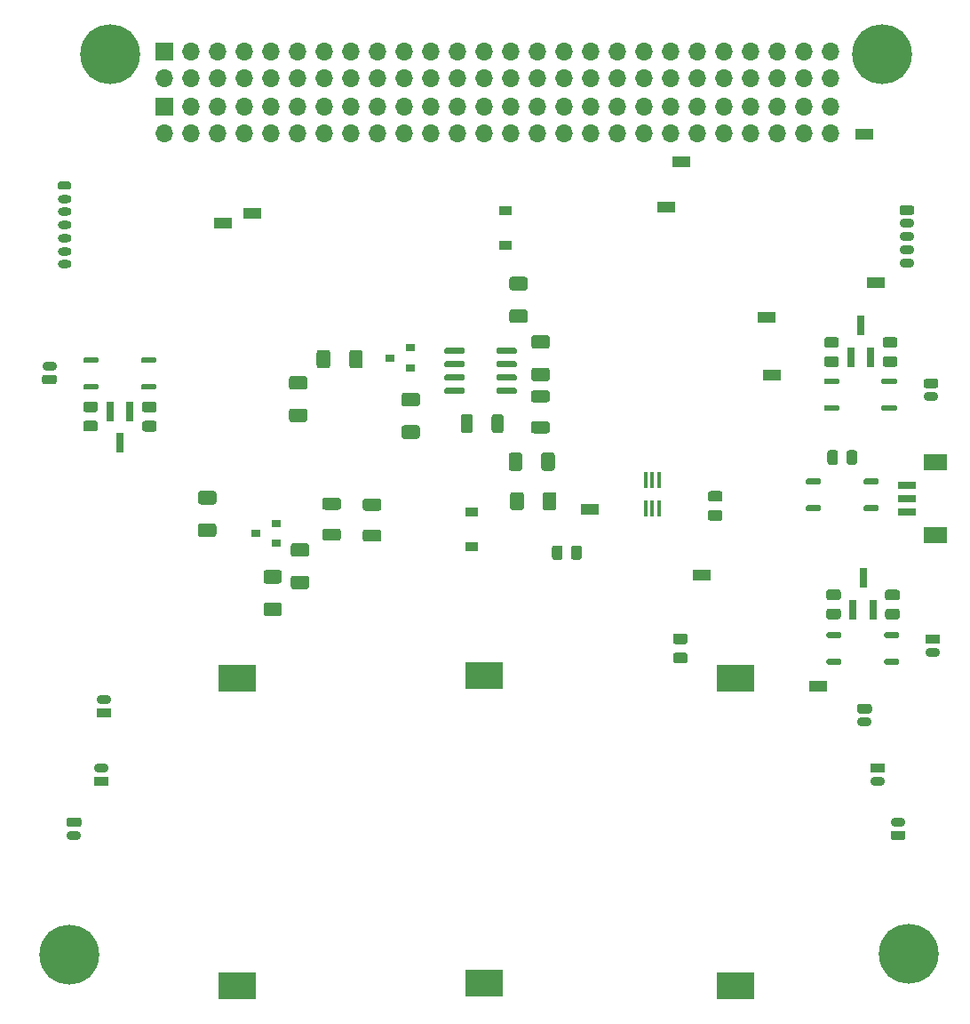
<source format=gbr>
%TF.GenerationSoftware,KiCad,Pcbnew,(5.1.12)-1*%
%TF.CreationDate,2023-02-07T17:32:02-05:00*%
%TF.ProjectId,RADSAT-SK Timer 2,52414453-4154-42d5-934b-2054696d6572,rev?*%
%TF.SameCoordinates,PX7735940PY2faf080*%
%TF.FileFunction,Soldermask,Top*%
%TF.FilePolarity,Negative*%
%FSLAX46Y46*%
G04 Gerber Fmt 4.6, Leading zero omitted, Abs format (unit mm)*
G04 Created by KiCad (PCBNEW (5.1.12)-1) date 2023-02-07 17:32:02*
%MOMM*%
%LPD*%
G01*
G04 APERTURE LIST*
%ADD10R,0.900000X0.800000*%
%ADD11R,1.200000X0.900000*%
%ADD12R,1.800000X1.000000*%
%ADD13O,1.400000X0.900000*%
%ADD14R,3.600000X2.600000*%
%ADD15O,1.700000X1.700000*%
%ADD16R,1.700000X1.700000*%
%ADD17R,0.800000X1.900000*%
%ADD18C,5.700000*%
%ADD19C,3.600000*%
%ADD20R,0.400000X1.500000*%
%ADD21O,1.300000X0.800000*%
%ADD22R,1.400000X0.900000*%
%ADD23R,1.800000X0.700000*%
%ADD24R,2.200000X1.600000*%
G04 APERTURE END LIST*
%TO.C,R113*%
G36*
G01*
X-72622800Y-49754300D02*
X-71372800Y-49754300D01*
G75*
G02*
X-71122800Y-50004300I0J-250000D01*
G01*
X-71122800Y-50804300D01*
G75*
G02*
X-71372800Y-51054300I-250000J0D01*
G01*
X-72622800Y-51054300D01*
G75*
G02*
X-72872800Y-50804300I0J250000D01*
G01*
X-72872800Y-50004300D01*
G75*
G02*
X-72622800Y-49754300I250000J0D01*
G01*
G37*
G36*
G01*
X-72622800Y-46654300D02*
X-71372800Y-46654300D01*
G75*
G02*
X-71122800Y-46904300I0J-250000D01*
G01*
X-71122800Y-47704300D01*
G75*
G02*
X-71372800Y-47954300I-250000J0D01*
G01*
X-72622800Y-47954300D01*
G75*
G02*
X-72872800Y-47704300I0J250000D01*
G01*
X-72872800Y-46904300D01*
G75*
G02*
X-72622800Y-46654300I250000J0D01*
G01*
G37*
%TD*%
%TO.C,R112*%
G36*
G01*
X-62693600Y-37009400D02*
X-63943600Y-37009400D01*
G75*
G02*
X-64193600Y-36759400I0J250000D01*
G01*
X-64193600Y-35959400D01*
G75*
G02*
X-63943600Y-35709400I250000J0D01*
G01*
X-62693600Y-35709400D01*
G75*
G02*
X-62443600Y-35959400I0J-250000D01*
G01*
X-62443600Y-36759400D01*
G75*
G02*
X-62693600Y-37009400I-250000J0D01*
G01*
G37*
G36*
G01*
X-62693600Y-40109400D02*
X-63943600Y-40109400D01*
G75*
G02*
X-64193600Y-39859400I0J250000D01*
G01*
X-64193600Y-39059400D01*
G75*
G02*
X-63943600Y-38809400I250000J0D01*
G01*
X-62693600Y-38809400D01*
G75*
G02*
X-62443600Y-39059400I0J-250000D01*
G01*
X-62443600Y-39859400D01*
G75*
G02*
X-62693600Y-40109400I-250000J0D01*
G01*
G37*
%TD*%
%TO.C,R111*%
G36*
G01*
X-41690400Y-27565700D02*
X-42940400Y-27565700D01*
G75*
G02*
X-43190400Y-27315700I0J250000D01*
G01*
X-43190400Y-26515700D01*
G75*
G02*
X-42940400Y-26265700I250000J0D01*
G01*
X-41690400Y-26265700D01*
G75*
G02*
X-41440400Y-26515700I0J-250000D01*
G01*
X-41440400Y-27315700D01*
G75*
G02*
X-41690400Y-27565700I-250000J0D01*
G01*
G37*
G36*
G01*
X-41690400Y-30665700D02*
X-42940400Y-30665700D01*
G75*
G02*
X-43190400Y-30415700I0J250000D01*
G01*
X-43190400Y-29615700D01*
G75*
G02*
X-42940400Y-29365700I250000J0D01*
G01*
X-41690400Y-29365700D01*
G75*
G02*
X-41440400Y-29615700I0J-250000D01*
G01*
X-41440400Y-30415700D01*
G75*
G02*
X-41690400Y-30665700I-250000J0D01*
G01*
G37*
%TD*%
%TO.C,R108*%
G36*
G01*
X-65129500Y-55486000D02*
X-66379500Y-55486000D01*
G75*
G02*
X-66629500Y-55236000I0J250000D01*
G01*
X-66629500Y-54436000D01*
G75*
G02*
X-66379500Y-54186000I250000J0D01*
G01*
X-65129500Y-54186000D01*
G75*
G02*
X-64879500Y-54436000I0J-250000D01*
G01*
X-64879500Y-55236000D01*
G75*
G02*
X-65129500Y-55486000I-250000J0D01*
G01*
G37*
G36*
G01*
X-65129500Y-58586000D02*
X-66379500Y-58586000D01*
G75*
G02*
X-66629500Y-58336000I0J250000D01*
G01*
X-66629500Y-57536000D01*
G75*
G02*
X-66379500Y-57286000I250000J0D01*
G01*
X-65129500Y-57286000D01*
G75*
G02*
X-64879500Y-57536000I0J-250000D01*
G01*
X-64879500Y-58336000D01*
G75*
G02*
X-65129500Y-58586000I-250000J0D01*
G01*
G37*
%TD*%
%TO.C,R107*%
G36*
G01*
X-40160000Y-44498300D02*
X-40160000Y-43248300D01*
G75*
G02*
X-39910000Y-42998300I250000J0D01*
G01*
X-39110000Y-42998300D01*
G75*
G02*
X-38860000Y-43248300I0J-250000D01*
G01*
X-38860000Y-44498300D01*
G75*
G02*
X-39110000Y-44748300I-250000J0D01*
G01*
X-39910000Y-44748300D01*
G75*
G02*
X-40160000Y-44498300I0J250000D01*
G01*
G37*
G36*
G01*
X-43260000Y-44498300D02*
X-43260000Y-43248300D01*
G75*
G02*
X-43010000Y-42998300I250000J0D01*
G01*
X-42210000Y-42998300D01*
G75*
G02*
X-41960000Y-43248300I0J-250000D01*
G01*
X-41960000Y-44498300D01*
G75*
G02*
X-42210000Y-44748300I-250000J0D01*
G01*
X-43010000Y-44748300D01*
G75*
G02*
X-43260000Y-44498300I0J250000D01*
G01*
G37*
%TD*%
%TO.C,R105*%
G36*
G01*
X-63776000Y-54733000D02*
X-62526000Y-54733000D01*
G75*
G02*
X-62276000Y-54983000I0J-250000D01*
G01*
X-62276000Y-55783000D01*
G75*
G02*
X-62526000Y-56033000I-250000J0D01*
G01*
X-63776000Y-56033000D01*
G75*
G02*
X-64026000Y-55783000I0J250000D01*
G01*
X-64026000Y-54983000D01*
G75*
G02*
X-63776000Y-54733000I250000J0D01*
G01*
G37*
G36*
G01*
X-63776000Y-51633000D02*
X-62526000Y-51633000D01*
G75*
G02*
X-62276000Y-51883000I0J-250000D01*
G01*
X-62276000Y-52683000D01*
G75*
G02*
X-62526000Y-52933000I-250000J0D01*
G01*
X-63776000Y-52933000D01*
G75*
G02*
X-64026000Y-52683000I0J250000D01*
G01*
X-64026000Y-51883000D01*
G75*
G02*
X-63776000Y-51633000I250000J0D01*
G01*
G37*
%TD*%
%TO.C,R104*%
G36*
G01*
X-40011400Y-48262600D02*
X-40011400Y-47012600D01*
G75*
G02*
X-39761400Y-46762600I250000J0D01*
G01*
X-38961400Y-46762600D01*
G75*
G02*
X-38711400Y-47012600I0J-250000D01*
G01*
X-38711400Y-48262600D01*
G75*
G02*
X-38961400Y-48512600I-250000J0D01*
G01*
X-39761400Y-48512600D01*
G75*
G02*
X-40011400Y-48262600I0J250000D01*
G01*
G37*
G36*
G01*
X-43111400Y-48262600D02*
X-43111400Y-47012600D01*
G75*
G02*
X-42861400Y-46762600I250000J0D01*
G01*
X-42061400Y-46762600D01*
G75*
G02*
X-41811400Y-47012600I0J-250000D01*
G01*
X-41811400Y-48262600D01*
G75*
G02*
X-42061400Y-48512600I-250000J0D01*
G01*
X-42861400Y-48512600D01*
G75*
G02*
X-43111400Y-48262600I0J250000D01*
G01*
G37*
%TD*%
D10*
%TO.C,Q102*%
X-67369200Y-50688000D03*
X-65369200Y-49738000D03*
X-65369200Y-51638000D03*
%TD*%
D11*
%TO.C,D102*%
X-46816300Y-52000000D03*
X-46816300Y-48700000D03*
%TD*%
%TO.C,D101*%
X-43582800Y-19950100D03*
X-43582800Y-23250100D03*
%TD*%
%TO.C,C104*%
G36*
G01*
X-60783501Y-50254600D02*
X-59483499Y-50254600D01*
G75*
G02*
X-59233500Y-50504599I0J-249999D01*
G01*
X-59233500Y-51154601D01*
G75*
G02*
X-59483499Y-51404600I-249999J0D01*
G01*
X-60783501Y-51404600D01*
G75*
G02*
X-61033500Y-51154601I0J249999D01*
G01*
X-61033500Y-50504599D01*
G75*
G02*
X-60783501Y-50254600I249999J0D01*
G01*
G37*
G36*
G01*
X-60783501Y-47304600D02*
X-59483499Y-47304600D01*
G75*
G02*
X-59233500Y-47554599I0J-249999D01*
G01*
X-59233500Y-48204601D01*
G75*
G02*
X-59483499Y-48454600I-249999J0D01*
G01*
X-60783501Y-48454600D01*
G75*
G02*
X-61033500Y-48204601I0J249999D01*
G01*
X-61033500Y-47554599D01*
G75*
G02*
X-60783501Y-47304600I249999J0D01*
G01*
G37*
%TD*%
%TO.C,C103*%
G36*
G01*
X-56927801Y-50341000D02*
X-55627799Y-50341000D01*
G75*
G02*
X-55377800Y-50590999I0J-249999D01*
G01*
X-55377800Y-51241001D01*
G75*
G02*
X-55627799Y-51491000I-249999J0D01*
G01*
X-56927801Y-51491000D01*
G75*
G02*
X-57177800Y-51241001I0J249999D01*
G01*
X-57177800Y-50590999D01*
G75*
G02*
X-56927801Y-50341000I249999J0D01*
G01*
G37*
G36*
G01*
X-56927801Y-47391000D02*
X-55627799Y-47391000D01*
G75*
G02*
X-55377800Y-47640999I0J-249999D01*
G01*
X-55377800Y-48291001D01*
G75*
G02*
X-55627799Y-48541000I-249999J0D01*
G01*
X-56927801Y-48541000D01*
G75*
G02*
X-57177800Y-48291001I0J249999D01*
G01*
X-57177800Y-47640999D01*
G75*
G02*
X-56927801Y-47391000I249999J0D01*
G01*
G37*
%TD*%
D10*
%TO.C,Q101*%
X-54608200Y-33992700D03*
X-52608200Y-33042700D03*
X-52608200Y-34942700D03*
%TD*%
%TO.C,U101*%
G36*
G01*
X-44434900Y-33456900D02*
X-44434900Y-33156900D01*
G75*
G02*
X-44284900Y-33006900I150000J0D01*
G01*
X-42634900Y-33006900D01*
G75*
G02*
X-42484900Y-33156900I0J-150000D01*
G01*
X-42484900Y-33456900D01*
G75*
G02*
X-42634900Y-33606900I-150000J0D01*
G01*
X-44284900Y-33606900D01*
G75*
G02*
X-44434900Y-33456900I0J150000D01*
G01*
G37*
G36*
G01*
X-44434900Y-34726900D02*
X-44434900Y-34426900D01*
G75*
G02*
X-44284900Y-34276900I150000J0D01*
G01*
X-42634900Y-34276900D01*
G75*
G02*
X-42484900Y-34426900I0J-150000D01*
G01*
X-42484900Y-34726900D01*
G75*
G02*
X-42634900Y-34876900I-150000J0D01*
G01*
X-44284900Y-34876900D01*
G75*
G02*
X-44434900Y-34726900I0J150000D01*
G01*
G37*
G36*
G01*
X-44434900Y-35996900D02*
X-44434900Y-35696900D01*
G75*
G02*
X-44284900Y-35546900I150000J0D01*
G01*
X-42634900Y-35546900D01*
G75*
G02*
X-42484900Y-35696900I0J-150000D01*
G01*
X-42484900Y-35996900D01*
G75*
G02*
X-42634900Y-36146900I-150000J0D01*
G01*
X-44284900Y-36146900D01*
G75*
G02*
X-44434900Y-35996900I0J150000D01*
G01*
G37*
G36*
G01*
X-44434900Y-37266900D02*
X-44434900Y-36966900D01*
G75*
G02*
X-44284900Y-36816900I150000J0D01*
G01*
X-42634900Y-36816900D01*
G75*
G02*
X-42484900Y-36966900I0J-150000D01*
G01*
X-42484900Y-37266900D01*
G75*
G02*
X-42634900Y-37416900I-150000J0D01*
G01*
X-44284900Y-37416900D01*
G75*
G02*
X-44434900Y-37266900I0J150000D01*
G01*
G37*
G36*
G01*
X-49384900Y-37266900D02*
X-49384900Y-36966900D01*
G75*
G02*
X-49234900Y-36816900I150000J0D01*
G01*
X-47584900Y-36816900D01*
G75*
G02*
X-47434900Y-36966900I0J-150000D01*
G01*
X-47434900Y-37266900D01*
G75*
G02*
X-47584900Y-37416900I-150000J0D01*
G01*
X-49234900Y-37416900D01*
G75*
G02*
X-49384900Y-37266900I0J150000D01*
G01*
G37*
G36*
G01*
X-49384900Y-35996900D02*
X-49384900Y-35696900D01*
G75*
G02*
X-49234900Y-35546900I150000J0D01*
G01*
X-47584900Y-35546900D01*
G75*
G02*
X-47434900Y-35696900I0J-150000D01*
G01*
X-47434900Y-35996900D01*
G75*
G02*
X-47584900Y-36146900I-150000J0D01*
G01*
X-49234900Y-36146900D01*
G75*
G02*
X-49384900Y-35996900I0J150000D01*
G01*
G37*
G36*
G01*
X-49384900Y-34726900D02*
X-49384900Y-34426900D01*
G75*
G02*
X-49234900Y-34276900I150000J0D01*
G01*
X-47584900Y-34276900D01*
G75*
G02*
X-47434900Y-34426900I0J-150000D01*
G01*
X-47434900Y-34726900D01*
G75*
G02*
X-47584900Y-34876900I-150000J0D01*
G01*
X-49234900Y-34876900D01*
G75*
G02*
X-49384900Y-34726900I0J150000D01*
G01*
G37*
G36*
G01*
X-49384900Y-33456900D02*
X-49384900Y-33156900D01*
G75*
G02*
X-49234900Y-33006900I150000J0D01*
G01*
X-47584900Y-33006900D01*
G75*
G02*
X-47434900Y-33156900I0J-150000D01*
G01*
X-47434900Y-33456900D01*
G75*
G02*
X-47584900Y-33606900I-150000J0D01*
G01*
X-49234900Y-33606900D01*
G75*
G02*
X-49384900Y-33456900I0J150000D01*
G01*
G37*
%TD*%
%TO.C,R103*%
G36*
G01*
X-60258200Y-33479500D02*
X-60258200Y-34729500D01*
G75*
G02*
X-60508200Y-34979500I-250000J0D01*
G01*
X-61308200Y-34979500D01*
G75*
G02*
X-61558200Y-34729500I0J250000D01*
G01*
X-61558200Y-33479500D01*
G75*
G02*
X-61308200Y-33229500I250000J0D01*
G01*
X-60508200Y-33229500D01*
G75*
G02*
X-60258200Y-33479500I0J-250000D01*
G01*
G37*
G36*
G01*
X-57158200Y-33479500D02*
X-57158200Y-34729500D01*
G75*
G02*
X-57408200Y-34979500I-250000J0D01*
G01*
X-58208200Y-34979500D01*
G75*
G02*
X-58458200Y-34729500I0J250000D01*
G01*
X-58458200Y-33479500D01*
G75*
G02*
X-58208200Y-33229500I250000J0D01*
G01*
X-57408200Y-33229500D01*
G75*
G02*
X-57158200Y-33479500I0J-250000D01*
G01*
G37*
%TD*%
%TO.C,R102*%
G36*
G01*
X-40839800Y-34923200D02*
X-39589800Y-34923200D01*
G75*
G02*
X-39339800Y-35173200I0J-250000D01*
G01*
X-39339800Y-35973200D01*
G75*
G02*
X-39589800Y-36223200I-250000J0D01*
G01*
X-40839800Y-36223200D01*
G75*
G02*
X-41089800Y-35973200I0J250000D01*
G01*
X-41089800Y-35173200D01*
G75*
G02*
X-40839800Y-34923200I250000J0D01*
G01*
G37*
G36*
G01*
X-40839800Y-31823200D02*
X-39589800Y-31823200D01*
G75*
G02*
X-39339800Y-32073200I0J-250000D01*
G01*
X-39339800Y-32873200D01*
G75*
G02*
X-39589800Y-33123200I-250000J0D01*
G01*
X-40839800Y-33123200D01*
G75*
G02*
X-41089800Y-32873200I0J250000D01*
G01*
X-41089800Y-32073200D01*
G75*
G02*
X-40839800Y-31823200I250000J0D01*
G01*
G37*
%TD*%
%TO.C,R101*%
G36*
G01*
X-53224800Y-40407100D02*
X-51974800Y-40407100D01*
G75*
G02*
X-51724800Y-40657100I0J-250000D01*
G01*
X-51724800Y-41457100D01*
G75*
G02*
X-51974800Y-41707100I-250000J0D01*
G01*
X-53224800Y-41707100D01*
G75*
G02*
X-53474800Y-41457100I0J250000D01*
G01*
X-53474800Y-40657100D01*
G75*
G02*
X-53224800Y-40407100I250000J0D01*
G01*
G37*
G36*
G01*
X-53224800Y-37307100D02*
X-51974800Y-37307100D01*
G75*
G02*
X-51724800Y-37557100I0J-250000D01*
G01*
X-51724800Y-38357100D01*
G75*
G02*
X-51974800Y-38607100I-250000J0D01*
G01*
X-53224800Y-38607100D01*
G75*
G02*
X-53474800Y-38357100I0J250000D01*
G01*
X-53474800Y-37557100D01*
G75*
G02*
X-53224800Y-37307100I250000J0D01*
G01*
G37*
%TD*%
%TO.C,C102*%
G36*
G01*
X-40887701Y-40026100D02*
X-39587699Y-40026100D01*
G75*
G02*
X-39337700Y-40276099I0J-249999D01*
G01*
X-39337700Y-40926101D01*
G75*
G02*
X-39587699Y-41176100I-249999J0D01*
G01*
X-40887701Y-41176100D01*
G75*
G02*
X-41137700Y-40926101I0J249999D01*
G01*
X-41137700Y-40276099D01*
G75*
G02*
X-40887701Y-40026100I249999J0D01*
G01*
G37*
G36*
G01*
X-40887701Y-37076100D02*
X-39587699Y-37076100D01*
G75*
G02*
X-39337700Y-37326099I0J-249999D01*
G01*
X-39337700Y-37976101D01*
G75*
G02*
X-39587699Y-38226100I-249999J0D01*
G01*
X-40887701Y-38226100D01*
G75*
G02*
X-41137700Y-37976101I0J249999D01*
G01*
X-41137700Y-37326099D01*
G75*
G02*
X-40887701Y-37076100I249999J0D01*
G01*
G37*
%TD*%
%TO.C,C101*%
G36*
G01*
X-46687600Y-39593699D02*
X-46687600Y-40893701D01*
G75*
G02*
X-46937599Y-41143700I-249999J0D01*
G01*
X-47587601Y-41143700D01*
G75*
G02*
X-47837600Y-40893701I0J249999D01*
G01*
X-47837600Y-39593699D01*
G75*
G02*
X-47587601Y-39343700I249999J0D01*
G01*
X-46937599Y-39343700D01*
G75*
G02*
X-46687600Y-39593699I0J-249999D01*
G01*
G37*
G36*
G01*
X-43737600Y-39593699D02*
X-43737600Y-40893701D01*
G75*
G02*
X-43987599Y-41143700I-249999J0D01*
G01*
X-44637601Y-41143700D01*
G75*
G02*
X-44887600Y-40893701I0J249999D01*
G01*
X-44887600Y-39593699D01*
G75*
G02*
X-44637601Y-39343700I249999J0D01*
G01*
X-43987599Y-39343700D01*
G75*
G02*
X-43737600Y-39593699I0J-249999D01*
G01*
G37*
%TD*%
D12*
%TO.C,TP116*%
X-18710000Y-30140000D03*
%TD*%
%TO.C,TP110*%
X-70500000Y-21120000D03*
%TD*%
%TO.C,TP109*%
X-18140000Y-35590000D03*
%TD*%
%TO.C,TP108*%
X-67720000Y-20190000D03*
%TD*%
%TO.C,TP107*%
X-8300000Y-26800000D03*
%TD*%
%TO.C,TP106*%
X-28230000Y-19660000D03*
%TD*%
%TO.C,TP105*%
X-9350000Y-12670000D03*
%TD*%
%TO.C,TP104*%
X-26770000Y-15310000D03*
%TD*%
%TO.C,TP103*%
X-13770000Y-65230000D03*
%TD*%
%TO.C,TP102*%
X-24870000Y-54640000D03*
%TD*%
%TO.C,TP101*%
X-35490000Y-48450000D03*
%TD*%
D13*
%TO.C,J202*%
X-5310000Y-24920000D03*
X-5310000Y-23670000D03*
X-5310000Y-22420000D03*
X-5310000Y-21170000D03*
G36*
G01*
X-5785000Y-19470000D02*
X-4835000Y-19470000D01*
G75*
G02*
X-4610000Y-19695000I0J-225000D01*
G01*
X-4610000Y-20145000D01*
G75*
G02*
X-4835000Y-20370000I-225000J0D01*
G01*
X-5785000Y-20370000D01*
G75*
G02*
X-6010000Y-20145000I0J225000D01*
G01*
X-6010000Y-19695000D01*
G75*
G02*
X-5785000Y-19470000I225000J0D01*
G01*
G37*
%TD*%
%TO.C,R110*%
G36*
G01*
X-23119998Y-47690000D02*
X-24020002Y-47690000D01*
G75*
G02*
X-24270000Y-47440002I0J249998D01*
G01*
X-24270000Y-46914998D01*
G75*
G02*
X-24020002Y-46665000I249998J0D01*
G01*
X-23119998Y-46665000D01*
G75*
G02*
X-22870000Y-46914998I0J-249998D01*
G01*
X-22870000Y-47440002D01*
G75*
G02*
X-23119998Y-47690000I-249998J0D01*
G01*
G37*
G36*
G01*
X-23119998Y-49515000D02*
X-24020002Y-49515000D01*
G75*
G02*
X-24270000Y-49265002I0J249998D01*
G01*
X-24270000Y-48739998D01*
G75*
G02*
X-24020002Y-48490000I249998J0D01*
G01*
X-23119998Y-48490000D01*
G75*
G02*
X-22870000Y-48739998I0J-249998D01*
G01*
X-22870000Y-49265002D01*
G75*
G02*
X-23119998Y-49515000I-249998J0D01*
G01*
G37*
%TD*%
%TO.C,R109*%
G36*
G01*
X-27350002Y-62058000D02*
X-26449998Y-62058000D01*
G75*
G02*
X-26200000Y-62307998I0J-249998D01*
G01*
X-26200000Y-62833002D01*
G75*
G02*
X-26449998Y-63083000I-249998J0D01*
G01*
X-27350002Y-63083000D01*
G75*
G02*
X-27600000Y-62833002I0J249998D01*
G01*
X-27600000Y-62307998D01*
G75*
G02*
X-27350002Y-62058000I249998J0D01*
G01*
G37*
G36*
G01*
X-27350002Y-60233000D02*
X-26449998Y-60233000D01*
G75*
G02*
X-26200000Y-60482998I0J-249998D01*
G01*
X-26200000Y-61008002D01*
G75*
G02*
X-26449998Y-61258000I-249998J0D01*
G01*
X-27350002Y-61258000D01*
G75*
G02*
X-27600000Y-61008002I0J249998D01*
G01*
X-27600000Y-60482998D01*
G75*
G02*
X-27350002Y-60233000I249998J0D01*
G01*
G37*
%TD*%
%TO.C,R106*%
G36*
G01*
X-38110000Y-52089998D02*
X-38110000Y-52990002D01*
G75*
G02*
X-38359998Y-53240000I-249998J0D01*
G01*
X-38885002Y-53240000D01*
G75*
G02*
X-39135000Y-52990002I0J249998D01*
G01*
X-39135000Y-52089998D01*
G75*
G02*
X-38885002Y-51840000I249998J0D01*
G01*
X-38359998Y-51840000D01*
G75*
G02*
X-38110000Y-52089998I0J-249998D01*
G01*
G37*
G36*
G01*
X-36285000Y-52089998D02*
X-36285000Y-52990002D01*
G75*
G02*
X-36534998Y-53240000I-249998J0D01*
G01*
X-37060002Y-53240000D01*
G75*
G02*
X-37310000Y-52990002I0J249998D01*
G01*
X-37310000Y-52089998D01*
G75*
G02*
X-37060002Y-51840000I249998J0D01*
G01*
X-36534998Y-51840000D01*
G75*
G02*
X-36285000Y-52089998I0J-249998D01*
G01*
G37*
%TD*%
D14*
%TO.C,BT203*%
X-21630000Y-64510000D03*
X-21630000Y-93810000D03*
%TD*%
D15*
%TO.C,J207*%
X-12620000Y-7350000D03*
X-12620000Y-4810000D03*
X-15160000Y-7350000D03*
X-15160000Y-4810000D03*
X-17700000Y-7350000D03*
X-17700000Y-4810000D03*
X-20240000Y-7350000D03*
X-20240000Y-4810000D03*
X-22780000Y-7350000D03*
X-22780000Y-4810000D03*
X-25320000Y-7350000D03*
X-25320000Y-4810000D03*
X-27860000Y-7350000D03*
X-27860000Y-4810000D03*
X-30400000Y-7350000D03*
X-30400000Y-4810000D03*
X-32940000Y-7350000D03*
X-32940000Y-4810000D03*
X-35480000Y-7350000D03*
X-35480000Y-4810000D03*
X-38020000Y-7350000D03*
X-38020000Y-4810000D03*
X-40560000Y-7350000D03*
X-40560000Y-4810000D03*
X-43100000Y-7350000D03*
X-43100000Y-4810000D03*
X-45640000Y-7350000D03*
X-45640000Y-4810000D03*
X-48180000Y-7350000D03*
X-48180000Y-4810000D03*
X-50720000Y-7350000D03*
X-50720000Y-4810000D03*
X-53260000Y-7350000D03*
X-53260000Y-4810000D03*
X-55800000Y-7350000D03*
X-55800000Y-4810000D03*
X-58340000Y-7350000D03*
X-58340000Y-4810000D03*
X-60880000Y-7350000D03*
X-60880000Y-4810000D03*
X-63420000Y-7350000D03*
X-63420000Y-4810000D03*
X-65960000Y-7350000D03*
X-65960000Y-4810000D03*
X-68500000Y-7350000D03*
X-68500000Y-4810000D03*
X-71040000Y-7350000D03*
X-71040000Y-4810000D03*
X-73580000Y-7350000D03*
X-73580000Y-4810000D03*
X-76120000Y-7350000D03*
D16*
X-76120000Y-4810000D03*
%TD*%
%TO.C,R215*%
G36*
G01*
X-77060798Y-39182100D02*
X-77960802Y-39182100D01*
G75*
G02*
X-78210800Y-38932102I0J249998D01*
G01*
X-78210800Y-38407098D01*
G75*
G02*
X-77960802Y-38157100I249998J0D01*
G01*
X-77060798Y-38157100D01*
G75*
G02*
X-76810800Y-38407098I0J-249998D01*
G01*
X-76810800Y-38932102D01*
G75*
G02*
X-77060798Y-39182100I-249998J0D01*
G01*
G37*
G36*
G01*
X-77060798Y-41007100D02*
X-77960802Y-41007100D01*
G75*
G02*
X-78210800Y-40757102I0J249998D01*
G01*
X-78210800Y-40232098D01*
G75*
G02*
X-77960802Y-39982100I249998J0D01*
G01*
X-77060798Y-39982100D01*
G75*
G02*
X-76810800Y-40232098I0J-249998D01*
G01*
X-76810800Y-40757102D01*
G75*
G02*
X-77060798Y-41007100I-249998J0D01*
G01*
G37*
%TD*%
D17*
%TO.C,Q206*%
X-80322600Y-42077800D03*
X-81272600Y-39077800D03*
X-79372600Y-39077800D03*
%TD*%
%TO.C,Q204*%
X-9479000Y-54966000D03*
X-8529000Y-57966000D03*
X-10429000Y-57966000D03*
%TD*%
%TO.C,R210*%
G36*
G01*
X-11862000Y-43021998D02*
X-11862000Y-43922002D01*
G75*
G02*
X-12111998Y-44172000I-249998J0D01*
G01*
X-12637002Y-44172000D01*
G75*
G02*
X-12887000Y-43922002I0J249998D01*
G01*
X-12887000Y-43021998D01*
G75*
G02*
X-12637002Y-42772000I249998J0D01*
G01*
X-12111998Y-42772000D01*
G75*
G02*
X-11862000Y-43021998I0J-249998D01*
G01*
G37*
G36*
G01*
X-10037000Y-43021998D02*
X-10037000Y-43922002D01*
G75*
G02*
X-10286998Y-44172000I-249998J0D01*
G01*
X-10812002Y-44172000D01*
G75*
G02*
X-11062000Y-43922002I0J249998D01*
G01*
X-11062000Y-43021998D01*
G75*
G02*
X-10812002Y-42772000I249998J0D01*
G01*
X-10286998Y-42772000D01*
G75*
G02*
X-10037000Y-43021998I0J-249998D01*
G01*
G37*
%TD*%
D15*
%TO.C,J208*%
X-12620000Y-12620000D03*
X-12620000Y-10080000D03*
X-15160000Y-12620000D03*
X-15160000Y-10080000D03*
X-17700000Y-12620000D03*
X-17700000Y-10080000D03*
X-20240000Y-12620000D03*
X-20240000Y-10080000D03*
X-22780000Y-12620000D03*
X-22780000Y-10080000D03*
X-25320000Y-12620000D03*
X-25320000Y-10080000D03*
X-27860000Y-12620000D03*
X-27860000Y-10080000D03*
X-30400000Y-12620000D03*
X-30400000Y-10080000D03*
X-32940000Y-12620000D03*
X-32940000Y-10080000D03*
X-35480000Y-12620000D03*
X-35480000Y-10080000D03*
X-38020000Y-12620000D03*
X-38020000Y-10080000D03*
X-40560000Y-12620000D03*
X-40560000Y-10080000D03*
X-43100000Y-12620000D03*
X-43100000Y-10080000D03*
X-45640000Y-12620000D03*
X-45640000Y-10080000D03*
X-48180000Y-12620000D03*
X-48180000Y-10080000D03*
X-50720000Y-12620000D03*
X-50720000Y-10080000D03*
X-53260000Y-12620000D03*
X-53260000Y-10080000D03*
X-55800000Y-12620000D03*
X-55800000Y-10080000D03*
X-58340000Y-12620000D03*
X-58340000Y-10080000D03*
X-60880000Y-12620000D03*
X-60880000Y-10080000D03*
X-63420000Y-12620000D03*
X-63420000Y-10080000D03*
X-65960000Y-12620000D03*
X-65960000Y-10080000D03*
X-68500000Y-12620000D03*
X-68500000Y-10080000D03*
X-71040000Y-12620000D03*
X-71040000Y-10080000D03*
X-73580000Y-12620000D03*
X-73580000Y-10080000D03*
X-76120000Y-12620000D03*
D16*
X-76120000Y-10080000D03*
%TD*%
D18*
%TO.C,H102*%
X-7650000Y-5070000D03*
D19*
X-7650000Y-5070000D03*
%TD*%
D20*
%TO.C,D204*%
X-30230000Y-45630000D03*
X-29580000Y-45630000D03*
X-28930000Y-45630000D03*
X-28930000Y-48290000D03*
X-29580000Y-48290000D03*
X-30230000Y-48290000D03*
%TD*%
%TO.C,R211*%
G36*
G01*
X-12740002Y-57864000D02*
X-11839998Y-57864000D01*
G75*
G02*
X-11590000Y-58113998I0J-249998D01*
G01*
X-11590000Y-58639002D01*
G75*
G02*
X-11839998Y-58889000I-249998J0D01*
G01*
X-12740002Y-58889000D01*
G75*
G02*
X-12990000Y-58639002I0J249998D01*
G01*
X-12990000Y-58113998D01*
G75*
G02*
X-12740002Y-57864000I249998J0D01*
G01*
G37*
G36*
G01*
X-12740002Y-56039000D02*
X-11839998Y-56039000D01*
G75*
G02*
X-11590000Y-56288998I0J-249998D01*
G01*
X-11590000Y-56814002D01*
G75*
G02*
X-11839998Y-57064000I-249998J0D01*
G01*
X-12740002Y-57064000D01*
G75*
G02*
X-12990000Y-56814002I0J249998D01*
G01*
X-12990000Y-56288998D01*
G75*
G02*
X-12740002Y-56039000I249998J0D01*
G01*
G37*
%TD*%
%TO.C,R214*%
G36*
G01*
X-6456998Y-33028200D02*
X-7357002Y-33028200D01*
G75*
G02*
X-7607000Y-32778202I0J249998D01*
G01*
X-7607000Y-32253198D01*
G75*
G02*
X-7357002Y-32003200I249998J0D01*
G01*
X-6456998Y-32003200D01*
G75*
G02*
X-6207000Y-32253198I0J-249998D01*
G01*
X-6207000Y-32778202D01*
G75*
G02*
X-6456998Y-33028200I-249998J0D01*
G01*
G37*
G36*
G01*
X-6456998Y-34853200D02*
X-7357002Y-34853200D01*
G75*
G02*
X-7607000Y-34603202I0J249998D01*
G01*
X-7607000Y-34078198D01*
G75*
G02*
X-7357002Y-33828200I249998J0D01*
G01*
X-6456998Y-33828200D01*
G75*
G02*
X-6207000Y-34078198I0J-249998D01*
G01*
X-6207000Y-34603202D01*
G75*
G02*
X-6456998Y-34853200I-249998J0D01*
G01*
G37*
%TD*%
%TO.C,U260*%
G36*
G01*
X-82350100Y-36610000D02*
X-82350100Y-36885000D01*
G75*
G02*
X-82487600Y-37022500I-137500J0D01*
G01*
X-83662600Y-37022500D01*
G75*
G02*
X-83800100Y-36885000I0J137500D01*
G01*
X-83800100Y-36610000D01*
G75*
G02*
X-83662600Y-36472500I137500J0D01*
G01*
X-82487600Y-36472500D01*
G75*
G02*
X-82350100Y-36610000I0J-137500D01*
G01*
G37*
G36*
G01*
X-82350100Y-34070000D02*
X-82350100Y-34345000D01*
G75*
G02*
X-82487600Y-34482500I-137500J0D01*
G01*
X-83662600Y-34482500D01*
G75*
G02*
X-83800100Y-34345000I0J137500D01*
G01*
X-83800100Y-34070000D01*
G75*
G02*
X-83662600Y-33932500I137500J0D01*
G01*
X-82487600Y-33932500D01*
G75*
G02*
X-82350100Y-34070000I0J-137500D01*
G01*
G37*
G36*
G01*
X-76850100Y-34070000D02*
X-76850100Y-34345000D01*
G75*
G02*
X-76987600Y-34482500I-137500J0D01*
G01*
X-78162600Y-34482500D01*
G75*
G02*
X-78300100Y-34345000I0J137500D01*
G01*
X-78300100Y-34070000D01*
G75*
G02*
X-78162600Y-33932500I137500J0D01*
G01*
X-76987600Y-33932500D01*
G75*
G02*
X-76850100Y-34070000I0J-137500D01*
G01*
G37*
G36*
G01*
X-76850100Y-36610000D02*
X-76850100Y-36885000D01*
G75*
G02*
X-76987600Y-37022500I-137500J0D01*
G01*
X-78162600Y-37022500D01*
G75*
G02*
X-78300100Y-36885000I0J137500D01*
G01*
X-78300100Y-36610000D01*
G75*
G02*
X-78162600Y-36472500I137500J0D01*
G01*
X-76987600Y-36472500D01*
G75*
G02*
X-76850100Y-36610000I0J-137500D01*
G01*
G37*
%TD*%
%TO.C,U240*%
G36*
G01*
X-7471000Y-60519500D02*
X-7471000Y-60244500D01*
G75*
G02*
X-7333500Y-60107000I137500J0D01*
G01*
X-6158500Y-60107000D01*
G75*
G02*
X-6021000Y-60244500I0J-137500D01*
G01*
X-6021000Y-60519500D01*
G75*
G02*
X-6158500Y-60657000I-137500J0D01*
G01*
X-7333500Y-60657000D01*
G75*
G02*
X-7471000Y-60519500I0J137500D01*
G01*
G37*
G36*
G01*
X-7471000Y-63059500D02*
X-7471000Y-62784500D01*
G75*
G02*
X-7333500Y-62647000I137500J0D01*
G01*
X-6158500Y-62647000D01*
G75*
G02*
X-6021000Y-62784500I0J-137500D01*
G01*
X-6021000Y-63059500D01*
G75*
G02*
X-6158500Y-63197000I-137500J0D01*
G01*
X-7333500Y-63197000D01*
G75*
G02*
X-7471000Y-63059500I0J137500D01*
G01*
G37*
G36*
G01*
X-12971000Y-63059500D02*
X-12971000Y-62784500D01*
G75*
G02*
X-12833500Y-62647000I137500J0D01*
G01*
X-11658500Y-62647000D01*
G75*
G02*
X-11521000Y-62784500I0J-137500D01*
G01*
X-11521000Y-63059500D01*
G75*
G02*
X-11658500Y-63197000I-137500J0D01*
G01*
X-12833500Y-63197000D01*
G75*
G02*
X-12971000Y-63059500I0J137500D01*
G01*
G37*
G36*
G01*
X-12971000Y-60519500D02*
X-12971000Y-60244500D01*
G75*
G02*
X-12833500Y-60107000I137500J0D01*
G01*
X-11658500Y-60107000D01*
G75*
G02*
X-11521000Y-60244500I0J-137500D01*
G01*
X-11521000Y-60519500D01*
G75*
G02*
X-11658500Y-60657000I-137500J0D01*
G01*
X-12833500Y-60657000D01*
G75*
G02*
X-12971000Y-60519500I0J137500D01*
G01*
G37*
%TD*%
%TO.C,R213*%
G36*
G01*
X-12938002Y-33838300D02*
X-12037998Y-33838300D01*
G75*
G02*
X-11788000Y-34088298I0J-249998D01*
G01*
X-11788000Y-34613302D01*
G75*
G02*
X-12037998Y-34863300I-249998J0D01*
G01*
X-12938002Y-34863300D01*
G75*
G02*
X-13188000Y-34613302I0J249998D01*
G01*
X-13188000Y-34088298D01*
G75*
G02*
X-12938002Y-33838300I249998J0D01*
G01*
G37*
G36*
G01*
X-12938002Y-32013300D02*
X-12037998Y-32013300D01*
G75*
G02*
X-11788000Y-32263298I0J-249998D01*
G01*
X-11788000Y-32788302D01*
G75*
G02*
X-12037998Y-33038300I-249998J0D01*
G01*
X-12938002Y-33038300D01*
G75*
G02*
X-13188000Y-32788302I0J249998D01*
G01*
X-13188000Y-32263298D01*
G75*
G02*
X-12938002Y-32013300I249998J0D01*
G01*
G37*
%TD*%
%TO.C,R216*%
G36*
G01*
X-83564002Y-39969400D02*
X-82663998Y-39969400D01*
G75*
G02*
X-82414000Y-40219398I0J-249998D01*
G01*
X-82414000Y-40744402D01*
G75*
G02*
X-82663998Y-40994400I-249998J0D01*
G01*
X-83564002Y-40994400D01*
G75*
G02*
X-83814000Y-40744402I0J249998D01*
G01*
X-83814000Y-40219398D01*
G75*
G02*
X-83564002Y-39969400I249998J0D01*
G01*
G37*
G36*
G01*
X-83564002Y-38144400D02*
X-82663998Y-38144400D01*
G75*
G02*
X-82414000Y-38394398I0J-249998D01*
G01*
X-82414000Y-38919402D01*
G75*
G02*
X-82663998Y-39169400I-249998J0D01*
G01*
X-83564002Y-39169400D01*
G75*
G02*
X-83814000Y-38919402I0J249998D01*
G01*
X-83814000Y-38394398D01*
G75*
G02*
X-83564002Y-38144400I249998J0D01*
G01*
G37*
%TD*%
%TO.C,U250*%
G36*
G01*
X-7712000Y-36354600D02*
X-7712000Y-36079600D01*
G75*
G02*
X-7574500Y-35942100I137500J0D01*
G01*
X-6399500Y-35942100D01*
G75*
G02*
X-6262000Y-36079600I0J-137500D01*
G01*
X-6262000Y-36354600D01*
G75*
G02*
X-6399500Y-36492100I-137500J0D01*
G01*
X-7574500Y-36492100D01*
G75*
G02*
X-7712000Y-36354600I0J137500D01*
G01*
G37*
G36*
G01*
X-7712000Y-38894600D02*
X-7712000Y-38619600D01*
G75*
G02*
X-7574500Y-38482100I137500J0D01*
G01*
X-6399500Y-38482100D01*
G75*
G02*
X-6262000Y-38619600I0J-137500D01*
G01*
X-6262000Y-38894600D01*
G75*
G02*
X-6399500Y-39032100I-137500J0D01*
G01*
X-7574500Y-39032100D01*
G75*
G02*
X-7712000Y-38894600I0J137500D01*
G01*
G37*
G36*
G01*
X-13212000Y-38894600D02*
X-13212000Y-38619600D01*
G75*
G02*
X-13074500Y-38482100I137500J0D01*
G01*
X-11899500Y-38482100D01*
G75*
G02*
X-11762000Y-38619600I0J-137500D01*
G01*
X-11762000Y-38894600D01*
G75*
G02*
X-11899500Y-39032100I-137500J0D01*
G01*
X-13074500Y-39032100D01*
G75*
G02*
X-13212000Y-38894600I0J137500D01*
G01*
G37*
G36*
G01*
X-13212000Y-36354600D02*
X-13212000Y-36079600D01*
G75*
G02*
X-13074500Y-35942100I137500J0D01*
G01*
X-11899500Y-35942100D01*
G75*
G02*
X-11762000Y-36079600I0J-137500D01*
G01*
X-11762000Y-36354600D01*
G75*
G02*
X-11899500Y-36492100I-137500J0D01*
G01*
X-13074500Y-36492100D01*
G75*
G02*
X-13212000Y-36354600I0J137500D01*
G01*
G37*
%TD*%
%TO.C,R212*%
G36*
G01*
X-6223998Y-57084000D02*
X-7124002Y-57084000D01*
G75*
G02*
X-7374000Y-56834002I0J249998D01*
G01*
X-7374000Y-56308998D01*
G75*
G02*
X-7124002Y-56059000I249998J0D01*
G01*
X-6223998Y-56059000D01*
G75*
G02*
X-5974000Y-56308998I0J-249998D01*
G01*
X-5974000Y-56834002D01*
G75*
G02*
X-6223998Y-57084000I-249998J0D01*
G01*
G37*
G36*
G01*
X-6223998Y-58909000D02*
X-7124002Y-58909000D01*
G75*
G02*
X-7374000Y-58659002I0J249998D01*
G01*
X-7374000Y-58133998D01*
G75*
G02*
X-7124002Y-57884000I249998J0D01*
G01*
X-6223998Y-57884000D01*
G75*
G02*
X-5974000Y-58133998I0J-249998D01*
G01*
X-5974000Y-58659002D01*
G75*
G02*
X-6223998Y-58909000I-249998J0D01*
G01*
G37*
%TD*%
D17*
%TO.C,Q205*%
X-9704000Y-30917200D03*
X-8754000Y-33917200D03*
X-10654000Y-33917200D03*
%TD*%
%TO.C,U230*%
G36*
G01*
X-9437000Y-45895500D02*
X-9437000Y-45620500D01*
G75*
G02*
X-9299500Y-45483000I137500J0D01*
G01*
X-8124500Y-45483000D01*
G75*
G02*
X-7987000Y-45620500I0J-137500D01*
G01*
X-7987000Y-45895500D01*
G75*
G02*
X-8124500Y-46033000I-137500J0D01*
G01*
X-9299500Y-46033000D01*
G75*
G02*
X-9437000Y-45895500I0J137500D01*
G01*
G37*
G36*
G01*
X-9437000Y-48435500D02*
X-9437000Y-48160500D01*
G75*
G02*
X-9299500Y-48023000I137500J0D01*
G01*
X-8124500Y-48023000D01*
G75*
G02*
X-7987000Y-48160500I0J-137500D01*
G01*
X-7987000Y-48435500D01*
G75*
G02*
X-8124500Y-48573000I-137500J0D01*
G01*
X-9299500Y-48573000D01*
G75*
G02*
X-9437000Y-48435500I0J137500D01*
G01*
G37*
G36*
G01*
X-14937000Y-48435500D02*
X-14937000Y-48160500D01*
G75*
G02*
X-14799500Y-48023000I137500J0D01*
G01*
X-13624500Y-48023000D01*
G75*
G02*
X-13487000Y-48160500I0J-137500D01*
G01*
X-13487000Y-48435500D01*
G75*
G02*
X-13624500Y-48573000I-137500J0D01*
G01*
X-14799500Y-48573000D01*
G75*
G02*
X-14937000Y-48435500I0J137500D01*
G01*
G37*
G36*
G01*
X-14937000Y-45895500D02*
X-14937000Y-45620500D01*
G75*
G02*
X-14799500Y-45483000I137500J0D01*
G01*
X-13624500Y-45483000D01*
G75*
G02*
X-13487000Y-45620500I0J-137500D01*
G01*
X-13487000Y-45895500D01*
G75*
G02*
X-13624500Y-46033000I-137500J0D01*
G01*
X-14799500Y-46033000D01*
G75*
G02*
X-14937000Y-45895500I0J137500D01*
G01*
G37*
%TD*%
%TO.C,J201*%
G36*
G01*
X-86040000Y-17170000D02*
X-85140000Y-17170000D01*
G75*
G02*
X-84940000Y-17370000I0J-200000D01*
G01*
X-84940000Y-17770000D01*
G75*
G02*
X-85140000Y-17970000I-200000J0D01*
G01*
X-86040000Y-17970000D01*
G75*
G02*
X-86240000Y-17770000I0J200000D01*
G01*
X-86240000Y-17370000D01*
G75*
G02*
X-86040000Y-17170000I200000J0D01*
G01*
G37*
D21*
X-85590000Y-18820000D03*
X-85590000Y-20070000D03*
X-85590000Y-21320000D03*
X-85590000Y-22570000D03*
X-85590000Y-23820000D03*
X-85590000Y-25070000D03*
%TD*%
%TO.C,SW201*%
G36*
G01*
X-9815000Y-66950000D02*
X-8865000Y-66950000D01*
G75*
G02*
X-8640000Y-67175000I0J-225000D01*
G01*
X-8640000Y-67625000D01*
G75*
G02*
X-8865000Y-67850000I-225000J0D01*
G01*
X-9815000Y-67850000D01*
G75*
G02*
X-10040000Y-67625000I0J225000D01*
G01*
X-10040000Y-67175000D01*
G75*
G02*
X-9815000Y-66950000I225000J0D01*
G01*
G37*
D13*
X-9340000Y-68650000D03*
%TD*%
D18*
%TO.C,H103*%
X-5120000Y-90760000D03*
D19*
X-5120000Y-90760000D03*
%TD*%
D13*
%TO.C,SW206*%
X-6140000Y-78220000D03*
G36*
G01*
X-5665000Y-79920000D02*
X-6615000Y-79920000D01*
G75*
G02*
X-6840000Y-79695000I0J225000D01*
G01*
X-6840000Y-79245000D01*
G75*
G02*
X-6615000Y-79020000I225000J0D01*
G01*
X-5665000Y-79020000D01*
G75*
G02*
X-5440000Y-79245000I0J-225000D01*
G01*
X-5440000Y-79695000D01*
G75*
G02*
X-5665000Y-79920000I-225000J0D01*
G01*
G37*
%TD*%
D22*
%TO.C,SW202*%
X-8060000Y-73040000D03*
D13*
X-8060000Y-74290000D03*
%TD*%
D23*
%TO.C,J203*%
X-5292000Y-46150000D03*
X-5292000Y-47400000D03*
X-5292000Y-48650000D03*
D24*
X-2592000Y-50900000D03*
X-2592000Y-43900000D03*
%TD*%
D13*
%TO.C,J205*%
X-2996000Y-37672800D03*
G36*
G01*
X-3471000Y-35972800D02*
X-2521000Y-35972800D01*
G75*
G02*
X-2296000Y-36197800I0J-225000D01*
G01*
X-2296000Y-36647800D01*
G75*
G02*
X-2521000Y-36872800I-225000J0D01*
G01*
X-3471000Y-36872800D01*
G75*
G02*
X-3696000Y-36647800I0J225000D01*
G01*
X-3696000Y-36197800D01*
G75*
G02*
X-3471000Y-35972800I225000J0D01*
G01*
G37*
%TD*%
%TO.C,SW204*%
X-82090000Y-73040000D03*
D22*
X-82090000Y-74290000D03*
%TD*%
D13*
%TO.C,SW203*%
X-81820000Y-66530000D03*
D22*
X-81820000Y-67780000D03*
%TD*%
D14*
%TO.C,BT201*%
X-69130000Y-64510000D03*
X-69130000Y-93810000D03*
%TD*%
D13*
%TO.C,SW205*%
X-84680000Y-79460000D03*
G36*
G01*
X-85155000Y-77760000D02*
X-84205000Y-77760000D01*
G75*
G02*
X-83980000Y-77985000I0J-225000D01*
G01*
X-83980000Y-78435000D01*
G75*
G02*
X-84205000Y-78660000I-225000J0D01*
G01*
X-85155000Y-78660000D01*
G75*
G02*
X-85380000Y-78435000I0J225000D01*
G01*
X-85380000Y-77985000D01*
G75*
G02*
X-85155000Y-77760000I225000J0D01*
G01*
G37*
%TD*%
D14*
%TO.C,BT202*%
X-45610000Y-64280000D03*
X-45610000Y-93580000D03*
%TD*%
D18*
%TO.C,H104*%
X-85120000Y-90860000D03*
D19*
X-85120000Y-90860000D03*
%TD*%
%TO.C,J206*%
G36*
G01*
X-86564700Y-36484900D02*
X-87514700Y-36484900D01*
G75*
G02*
X-87739700Y-36259900I0J225000D01*
G01*
X-87739700Y-35809900D01*
G75*
G02*
X-87514700Y-35584900I225000J0D01*
G01*
X-86564700Y-35584900D01*
G75*
G02*
X-86339700Y-35809900I0J-225000D01*
G01*
X-86339700Y-36259900D01*
G75*
G02*
X-86564700Y-36484900I-225000J0D01*
G01*
G37*
D13*
X-87039700Y-34784900D03*
%TD*%
%TO.C,J204*%
X-2808000Y-62027000D03*
D22*
X-2808000Y-60777000D03*
%TD*%
D18*
%TO.C,H101*%
X-81270000Y-5070000D03*
D19*
X-81270000Y-5070000D03*
%TD*%
M02*

</source>
